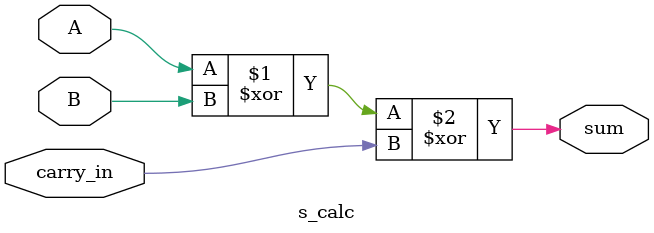
<source format=v>
module cla_adder(out, overflow, A, B, carry_in);
    input [31:0] A, B;
    input carry_in;
    output overflow;
    output [31:0] out;
    wire [31:0] Bval;
    wire c1, c2, c3;
    
    //subtraction
    genvar m;
    generate
        for (m=0; m<32; m=m+1) begin: loopB
            xor accom(Bval[m], B[m], carry_in);
        end
    endgenerate

    eight_bit_cla cla0(.sum(out[7:0]), .cout(c1), .overflow(), .A(A[7:0]), .B(Bval[7:0]), .carry_in(carry_in));
    eight_bit_cla cla1(.sum(out[15:8]), .cout(c2), .overflow(), .A(A[15:8]), .B(Bval[15:8]), .carry_in(c1));
    eight_bit_cla cla2(.sum(out[23:16]), .cout(c3), .overflow(), .A(A[23:16]), .B(Bval[23:16]), .carry_in(c2));
    eight_bit_cla cla3(.sum(out[31:24]), .cout(), .overflow(overflow), .A(A[31:24]), .B(Bval[31:24]), .carry_in(c3));


endmodule

module eight_bit_cla(sum, cout, overflow, A, B, carry_in);
    input [7:0] A, B;
    input carry_in;
    output overflow;
    output [7:0] sum;
    output cout;
    wire [7:0] p, g;
    wire c0, c1, c2, c3, c4, c5, c6;
    wire p0c0, p1p0c0, p1g0, p2p1p0c0, p2p1g0, p2g1, p3p2p1p0c0, p3p2p1g0, p3p2g1, p3g2; 
    wire p4p3p2p1p0c0, p4p3p2p1g0, p4p3p2g1, p4p3g2, p4g3;
    wire p5p4p3p2p1p0c0, p5p4p3p2p1g0, p5p4p3p2g1, p5p4p3g2, p5p4g3, p5g4;
    wire p6p5p4p3p2p1p0c0, p6p5p4p3p2p1g0, p6p5p4p3p2g1, p6p5p4p3g2, p6p5p4g3, p6p5g4, p6g5;
    wire p7p6p5p4p3p2p1p0c0, p7p6p5p4p3p2p1g0, p7p6p5p4p3p2g1, p7p6p5p4p3g2, p7p6p5p4g3, p7p6p5g4, p7p6g5, p7g6;
    
    genvar i;
    generate
        for (i = 0; i<8; i = i+1) begin: loop_pg
            and andg(g[i], A[i], B[i]);
            or orp(p[i], A[i], B[i]);
        end
    endgenerate

    //c1
    and p0c0(p0c0, p[0],carry_in);
    or c1(c1, g[0], p0c0);

    //c2
    and p1p0c0(p1p0c0, p[1], p[0], carry_in);
    and p1g0(p1g0, p[1], g[0]);
    or c2(c2, g[1], p1g0, p1p0c0);

    //c3
    and p2p1p0c0(p2p1p0c0, p[2], p[1], p[0], carry_in);
    and p2p1g0(p2p1g0, p[2], p[1], g[0]);
    and p2g1(p2g1, p[2], g[1]);
    or c3(c3, g[2], p2g1, p2p1g0, p2p1p0c0);

    //c4
    and p3p2p1p0c0(p3p2p1p0c0, p[3], p[2], p[1], p[0], carry_in);
    and p3p2p1g0(p3p2p1g0, p[3], p[2], p[1], g[0]);
    and p3p2g1(p3p2g1, p[3], p[2], g[1]);
    and p3g2(p3g2, p[3], g[2]);
    or c4(c4, g[3], p3g2, p3p2g1, p3p2p1g0, p3p2p1p0c0);

    //c5
    and p4p3p2p1p0c0(p4p3p2p1p0c0, p[4], p[3], p[2], p[1], p[0], carry_in);
    and p4p3p2p1g0(p4p3p2p1g0, p[4], p[3], p[2], p[1], g[0]);
    and p4p3p2g1(p4p3p2g1, p[4], p[3], p[2], g[1]);
    and p4p3g2(p4p3g2, p[4], p[3], g[2]);
    and p4g3(p4g3, p[4], g[3]);
    or c5(c5, g[4], p4g3, p4p3g2, p4p3p2g1, p4p3p2p1g0, p4p3p2p1p0c0);

    //c6
    and p5p4p3p2p1p0c0(p5p4p3p2p1p0c0, p[5], p[4], p[3], p[2], p[1], p[0], carry_in);
    and p5p4p3p2p1g0(p5p4p3p2p1g0, p[5], p[4], p[3], p[2], p[1], g[0]);
    and p5p4p3p2g1(p5p4p3p2g1, p[5], p[4], p[3], p[2], g[1]);
    and p5p4p3g2(p5p4p3g2, p[5], p[4], p[3], g[2]);
    and p5p4g3(p5p4g3, p[5], p[4], g[3]);
    and p5g4(p5g4, p[5], g[4]);
    or c6(c6, g[5], p5g4, p5p4g3, p5p4p3g2, p5p4p3p2g1, p5p4p3p2p1g0, p5p4p3p2p1p0c0);

    //c7
    and p6p5p4p3p2p1p0c0(p6p5p4p3p2p1p0c0, p[6], p[5], p[4], p[3], p[2], p[1], p[0], carry_in);
    and p6p5p4p3p2p1g0(p6p5p4p3p2p1g0, p[6], p[5], p[4], p[3], p[2], p[1], g[0]);
    and p6p5p4p3p2g1(p6p5p4p3p2g1, p[6], p[5], p[4], p[3], p[2], g[1]);
    and p6p5p4p3g2(p6p5p4p3g2, p[6], p[5], p[4], p[3], g[2]);
    and p6p5p4g3(p6p5p4g3, p[6], p[5], p[4], g[3]);
    and p6p5g4(p6p5g4, p[6], p[5], g[4]);
    and p6g5(p6g5, p[6], g[5]);
    or c7(c7, g[6], p6g5, p6p5g4, p6p5p4g3, p6p5p4p3g2, p6p5p4p3p2g1, p6p5p4p3p2p1g0, p6p5p4p3p2p1p0c0);

    //c8 ; cout
    and p7p6p5p4p3p2p1p0c0(p7p6p5p4p3p2p1p0c0, p[7], p[6], p[5], p[4], p[3], p[2], p[1], p[0], carry_in);
    and p7p6p5p4p3p2p1g0(p7p6p5p4p3p2p1g0, p[7], p[6], p[5], p[4], p[3], p[2], p[1], g[0]);
    and p7p6p5p4p3p2g1(p7p6p5p4p3p2g1, p[7], p[6], p[5], p[4], p[3], p[2], g[1]);
    and p7p6p5p4p3g2(p7p6p5p4p3g2, p[7], p[6], p[5], p[4], p[3], g[2]);
    and p7p6p5p4g3(p7p6p5p4g3, p[7], p[6], p[5], p[4], g[3]);
    and p7p6p5g4(p7p6p5g4, p[7], p[6], p[5], g[4]);
    and p7p6g5(p7p6g5, p[7], p[6], g[5]);
    and p7g6(p7g6, p[7], g[6]);
    or cout(cout, g[7], p7g6, p7p6g5, p7p6p5g4, p7p6p5p4g3, p7p6p5p4p3g2, p7p6p5p4p3p2g1, p7p6p5p4p3p2p1g0, p7p6p5p4p3p2p1p0c0);



    s_calc s0(sum[0], A[0], B[0], carry_in);
    s_calc s1(sum[1],A[1],B[1], c1);
    s_calc s2(sum[2],A[2],B[2], c2);
    s_calc s3(sum[3],A[3],B[3], c3);
    s_calc s4(sum[4],A[4],B[4], c4);
    s_calc s5(sum[5],A[5],B[5], c5);
    s_calc s6(sum[6],A[6],B[6], c6);
    s_calc s7(sum[7],A[7],B[7], c7);

    xor ovr(overflow,cout, c7); 

endmodule

module s_calc(sum, A, B, carry_in);
    input A, B, carry_in;
    output sum;
    xor(sum, A, B, carry_in);
endmodule
</source>
